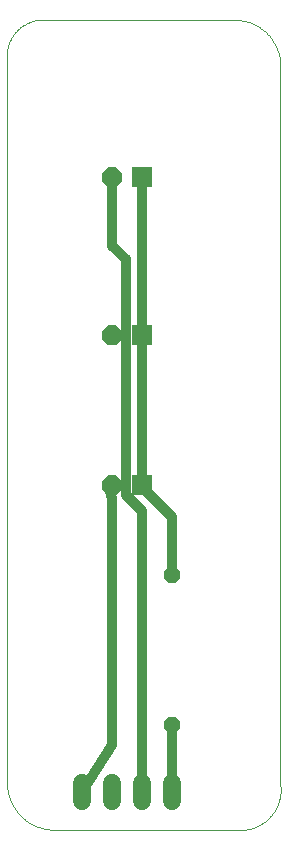
<source format=gtl>
G75*
%MOIN*%
%OFA0B0*%
%FSLAX25Y25*%
%IPPOS*%
%LPD*%
%AMOC8*
5,1,8,0,0,1.08239X$1,22.5*
%
%ADD10C,0.00000*%
%ADD11R,0.06600X0.06600*%
%ADD12OC8,0.06600*%
%ADD13C,0.06000*%
%ADD14OC8,0.05200*%
%ADD15C,0.03200*%
%ADD16C,0.01000*%
D10*
X0001000Y0017478D02*
X0001000Y0260853D01*
X0001034Y0261143D01*
X0001074Y0261432D01*
X0001122Y0261721D01*
X0001177Y0262008D01*
X0001238Y0262293D01*
X0001307Y0262577D01*
X0001382Y0262860D01*
X0001464Y0263140D01*
X0001553Y0263418D01*
X0001648Y0263694D01*
X0001751Y0263968D01*
X0001859Y0264239D01*
X0001975Y0264508D01*
X0002096Y0264773D01*
X0002224Y0265036D01*
X0002359Y0265295D01*
X0002500Y0265551D01*
X0002646Y0265804D01*
X0002799Y0266053D01*
X0002958Y0266298D01*
X0003123Y0266539D01*
X0003293Y0266776D01*
X0003469Y0267009D01*
X0003651Y0267238D01*
X0003838Y0267462D01*
X0004031Y0267682D01*
X0004229Y0267897D01*
X0004432Y0268107D01*
X0004640Y0268312D01*
X0004853Y0268512D01*
X0005070Y0268707D01*
X0005293Y0268897D01*
X0005519Y0269081D01*
X0005751Y0269259D01*
X0005986Y0269432D01*
X0006226Y0269599D01*
X0006469Y0269761D01*
X0006717Y0269916D01*
X0006968Y0270066D01*
X0007222Y0270209D01*
X0007480Y0270346D01*
X0007741Y0270477D01*
X0008006Y0270601D01*
X0008273Y0270719D01*
X0008543Y0270831D01*
X0008816Y0270936D01*
X0009091Y0271034D01*
X0009368Y0271126D01*
X0009647Y0271211D01*
X0009929Y0271289D01*
X0010212Y0271360D01*
X0010497Y0271425D01*
X0010784Y0271483D01*
X0011071Y0271533D01*
X0011360Y0271577D01*
X0011650Y0271614D01*
X0011941Y0271643D01*
X0012232Y0271666D01*
X0012524Y0271682D01*
X0012816Y0271690D01*
X0013108Y0271692D01*
X0013400Y0271686D01*
X0013692Y0271674D01*
X0013983Y0271654D01*
X0014274Y0271627D01*
X0076789Y0271627D01*
X0076789Y0271628D02*
X0077161Y0271623D01*
X0077534Y0271610D01*
X0077905Y0271588D01*
X0078276Y0271556D01*
X0078647Y0271516D01*
X0079016Y0271466D01*
X0079384Y0271408D01*
X0079750Y0271341D01*
X0080115Y0271265D01*
X0080477Y0271180D01*
X0080838Y0271087D01*
X0081196Y0270984D01*
X0081552Y0270874D01*
X0081904Y0270754D01*
X0082254Y0270626D01*
X0082601Y0270490D01*
X0082944Y0270346D01*
X0083284Y0270193D01*
X0083619Y0270032D01*
X0083951Y0269863D01*
X0084279Y0269686D01*
X0084602Y0269501D01*
X0084921Y0269308D01*
X0085235Y0269108D01*
X0085544Y0268900D01*
X0085848Y0268685D01*
X0086147Y0268462D01*
X0086440Y0268232D01*
X0086727Y0267996D01*
X0087009Y0267752D01*
X0087285Y0267502D01*
X0087554Y0267245D01*
X0087818Y0266981D01*
X0088075Y0266712D01*
X0088325Y0266436D01*
X0088569Y0266154D01*
X0088805Y0265867D01*
X0089035Y0265574D01*
X0089258Y0265275D01*
X0089473Y0264971D01*
X0089681Y0264662D01*
X0089881Y0264348D01*
X0090074Y0264029D01*
X0090259Y0263706D01*
X0090436Y0263378D01*
X0090605Y0263046D01*
X0090766Y0262711D01*
X0090919Y0262371D01*
X0091063Y0262028D01*
X0091199Y0261681D01*
X0091327Y0261331D01*
X0091447Y0260979D01*
X0091557Y0260623D01*
X0091660Y0260265D01*
X0091753Y0259904D01*
X0091838Y0259542D01*
X0091914Y0259177D01*
X0091981Y0258811D01*
X0092039Y0258443D01*
X0092089Y0258074D01*
X0092129Y0257703D01*
X0092161Y0257332D01*
X0092183Y0256961D01*
X0092196Y0256588D01*
X0092201Y0256216D01*
X0092201Y0016251D01*
X0080116Y0001667D02*
X0016811Y0001667D01*
X0016429Y0001672D01*
X0016047Y0001685D01*
X0015666Y0001709D01*
X0015285Y0001741D01*
X0014905Y0001782D01*
X0014526Y0001833D01*
X0014149Y0001893D01*
X0013773Y0001962D01*
X0013399Y0002039D01*
X0013027Y0002126D01*
X0012657Y0002222D01*
X0012290Y0002327D01*
X0011925Y0002441D01*
X0011563Y0002563D01*
X0011204Y0002694D01*
X0010849Y0002834D01*
X0010497Y0002983D01*
X0010148Y0003139D01*
X0009804Y0003305D01*
X0009463Y0003478D01*
X0009127Y0003660D01*
X0008795Y0003849D01*
X0008468Y0004047D01*
X0008146Y0004253D01*
X0007829Y0004466D01*
X0007518Y0004687D01*
X0007211Y0004915D01*
X0006910Y0005151D01*
X0006615Y0005393D01*
X0006326Y0005643D01*
X0006043Y0005900D01*
X0005767Y0006164D01*
X0005497Y0006434D01*
X0005233Y0006710D01*
X0004976Y0006993D01*
X0004726Y0007282D01*
X0004484Y0007577D01*
X0004248Y0007878D01*
X0004020Y0008185D01*
X0003799Y0008496D01*
X0003586Y0008813D01*
X0003380Y0009135D01*
X0003182Y0009462D01*
X0002993Y0009794D01*
X0002811Y0010130D01*
X0002638Y0010471D01*
X0002472Y0010815D01*
X0002316Y0011164D01*
X0002167Y0011516D01*
X0002027Y0011871D01*
X0001896Y0012230D01*
X0001774Y0012592D01*
X0001660Y0012957D01*
X0001555Y0013324D01*
X0001459Y0013694D01*
X0001372Y0014066D01*
X0001295Y0014440D01*
X0001226Y0014816D01*
X0001166Y0015193D01*
X0001115Y0015572D01*
X0001074Y0015952D01*
X0001042Y0016333D01*
X0001018Y0016714D01*
X0001005Y0017096D01*
X0001000Y0017478D01*
X0080116Y0001666D02*
X0080438Y0001701D01*
X0080759Y0001742D01*
X0081079Y0001792D01*
X0081397Y0001849D01*
X0081714Y0001914D01*
X0082030Y0001987D01*
X0082343Y0002067D01*
X0082655Y0002155D01*
X0082964Y0002250D01*
X0083271Y0002353D01*
X0083575Y0002463D01*
X0083877Y0002581D01*
X0084175Y0002705D01*
X0084471Y0002837D01*
X0084763Y0002976D01*
X0085052Y0003122D01*
X0085337Y0003275D01*
X0085619Y0003435D01*
X0085896Y0003602D01*
X0086170Y0003775D01*
X0086439Y0003955D01*
X0086704Y0004141D01*
X0086964Y0004333D01*
X0087219Y0004532D01*
X0087470Y0004737D01*
X0087715Y0004948D01*
X0087955Y0005165D01*
X0088190Y0005387D01*
X0088420Y0005615D01*
X0088644Y0005849D01*
X0088862Y0006088D01*
X0089075Y0006332D01*
X0089281Y0006581D01*
X0089482Y0006835D01*
X0089676Y0007094D01*
X0089864Y0007358D01*
X0090045Y0007626D01*
X0090220Y0007898D01*
X0090389Y0008174D01*
X0090550Y0008455D01*
X0090705Y0008739D01*
X0090853Y0009027D01*
X0090994Y0009318D01*
X0091127Y0009613D01*
X0091254Y0009911D01*
X0091373Y0010212D01*
X0091486Y0010515D01*
X0091590Y0010822D01*
X0091687Y0011130D01*
X0091777Y0011441D01*
X0091860Y0011754D01*
X0091934Y0012069D01*
X0092001Y0012386D01*
X0092061Y0012704D01*
X0092112Y0013024D01*
X0092156Y0013344D01*
X0092192Y0013666D01*
X0092221Y0013988D01*
X0092241Y0014311D01*
X0092254Y0014635D01*
X0092259Y0014958D01*
X0092256Y0015282D01*
X0092245Y0015605D01*
X0092227Y0015928D01*
X0092201Y0016251D01*
D11*
X0046000Y0116667D03*
X0046000Y0166667D03*
X0046000Y0219167D03*
D12*
X0036000Y0219167D03*
X0036000Y0166667D03*
X0036000Y0116667D03*
D13*
X0036000Y0017167D02*
X0036000Y0011167D01*
X0026000Y0011167D02*
X0026000Y0017167D01*
X0046000Y0017167D02*
X0046000Y0011167D01*
X0056000Y0011167D02*
X0056000Y0017167D01*
D14*
X0056000Y0036667D03*
X0056000Y0086667D03*
D15*
X0055900Y0087167D02*
X0055900Y0106067D01*
X0046000Y0115967D01*
X0046000Y0116667D02*
X0046000Y0166667D01*
X0046000Y0219167D01*
X0036100Y0196267D02*
X0040600Y0191767D01*
X0040600Y0113267D01*
X0046000Y0107867D01*
X0046000Y0014167D01*
X0056000Y0014167D02*
X0055900Y0027367D01*
X0055900Y0035867D01*
X0036200Y0029867D02*
X0026000Y0014167D01*
X0036200Y0029867D02*
X0036200Y0111967D01*
X0035200Y0115967D01*
X0036100Y0196267D02*
X0036000Y0219167D01*
D16*
X0036000Y0116667D02*
X0035200Y0115967D01*
X0046000Y0115967D02*
X0046000Y0116667D01*
X0055900Y0087167D02*
X0056000Y0086667D01*
X0056000Y0036667D02*
X0055900Y0035867D01*
M02*

</source>
